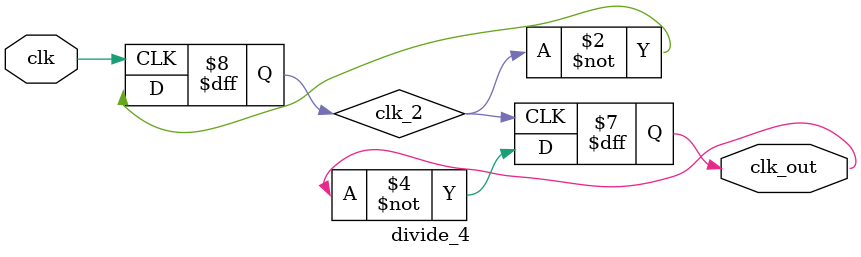
<source format=v>
module divide_4(input clk
                ,output reg clk_out);
    
    reg clk_2 = 0;

    initial begin
        clk_out = 0;
    end
    always @(posedge clk) begin
        clk_2 <= ~clk_2;
    end

    always @(posedge clk_2) begin
        clk_out <= ~clk_out;
    end

endmodule
</source>
